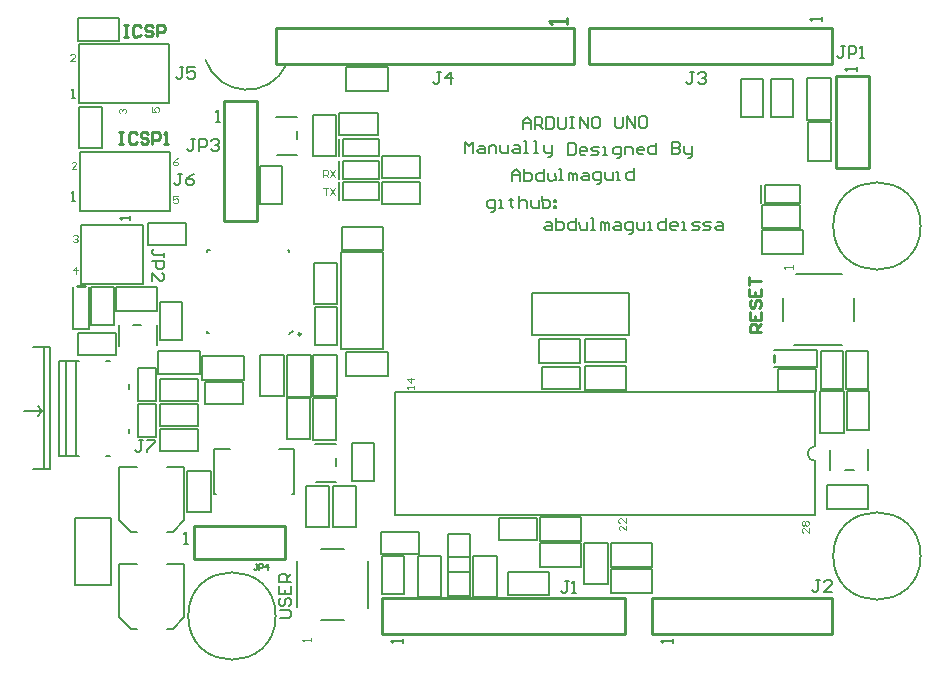
<source format=gto>
G04 Layer_Color=65535*
%FSLAX44Y44*%
%MOMM*%
G71*
G01*
G75*
%ADD49C,0.2540*%
%ADD50C,0.2000*%
%ADD51C,0.2600*%
%ADD52C,0.1000*%
%ADD53C,0.1270*%
D49*
X198000Y264000D02*
G03*
X198000Y264000I-1000J0D01*
G01*
X665000Y482700D02*
X679000D01*
Y405000D02*
Y482700D01*
X651000Y405000D02*
Y482700D01*
X665000D01*
X651000Y405000D02*
X679000D01*
X441960Y492760D02*
Y523240D01*
X647700Y508000D02*
Y523240D01*
X441960D02*
X647700D01*
X441960Y492760D02*
X647700D01*
Y508000D01*
X429260Y492760D02*
Y508000D01*
X177060Y492760D02*
X429260D01*
X177060D02*
Y523240D01*
X429260D01*
Y508000D02*
Y523240D01*
X147000Y461700D02*
X161000D01*
Y360000D02*
Y461700D01*
X133000Y360000D02*
Y461700D01*
X147000D01*
X133000Y360000D02*
X161000D01*
X185000Y74000D02*
Y102000D01*
X107300Y74000D02*
Y88000D01*
Y74000D02*
X185000D01*
X107300Y102000D02*
X185000D01*
X107300Y88000D02*
Y102000D01*
X495300Y25400D02*
Y40640D01*
X647700D01*
X495300Y10160D02*
X647700D01*
X495300D02*
Y25400D01*
X647700Y10160D02*
Y40640D01*
X472440Y10160D02*
Y40640D01*
X266700Y10160D02*
Y25400D01*
Y10160D02*
X472440D01*
X266700Y40640D02*
X472440D01*
X266700Y25400D02*
Y40640D01*
X423000Y527000D02*
Y531998D01*
Y529499D01*
X408005D01*
X410504Y527000D01*
X588000Y266000D02*
X578003Y265965D01*
X577986Y270963D01*
X579646Y272635D01*
X582978Y272647D01*
X584650Y270987D01*
X584668Y265988D01*
X584656Y269321D02*
X587977Y272665D01*
X577945Y282626D02*
X577968Y275962D01*
X587965Y275997D01*
X587942Y282661D01*
X582967Y275979D02*
X582955Y279312D01*
X579576Y292629D02*
X577916Y290957D01*
X577928Y287625D01*
X579600Y285964D01*
X581266Y285970D01*
X582926Y287642D01*
X582914Y290974D01*
X584575Y292646D01*
X586241Y292652D01*
X587913Y290992D01*
X587924Y287660D01*
X586264Y285988D01*
X577875Y302620D02*
X577899Y295955D01*
X587895Y295990D01*
X587872Y302655D01*
X582897Y295973D02*
X582885Y299305D01*
X577864Y305952D02*
X577840Y312616D01*
X577852Y309284D01*
X587849Y309319D01*
X47965Y525997D02*
X51297Y526008D01*
X49631Y526003D01*
X49666Y516006D01*
X48000Y516000D01*
X51332Y516012D01*
X62966Y524383D02*
X61294Y526043D01*
X57962Y526032D01*
X56301Y524360D01*
X56325Y517695D01*
X57997Y516035D01*
X61329Y516046D01*
X62989Y517719D01*
X72963Y524418D02*
X71291Y526078D01*
X67958Y526067D01*
X66298Y524395D01*
X66304Y522728D01*
X67976Y521068D01*
X71308Y521080D01*
X72980Y519420D01*
X72986Y517753D01*
X71326Y516081D01*
X67993Y516070D01*
X66322Y517730D01*
X76324Y516099D02*
X76289Y526096D01*
X81287Y526113D01*
X82959Y524453D01*
X82971Y521120D01*
X81311Y519449D01*
X76312Y519431D01*
X43965Y434997D02*
X47297Y435008D01*
X45631Y435003D01*
X45666Y425006D01*
X44000Y425000D01*
X47332Y425012D01*
X58966Y433383D02*
X57294Y435043D01*
X53962Y435032D01*
X52302Y433360D01*
X52325Y426695D01*
X53997Y425035D01*
X57329Y425047D01*
X58989Y426718D01*
X68963Y433418D02*
X67291Y435078D01*
X63959Y435066D01*
X62298Y433395D01*
X62304Y431728D01*
X63976Y430068D01*
X67308Y430080D01*
X68980Y428419D01*
X68986Y426753D01*
X67326Y425081D01*
X63993Y425070D01*
X62322Y426730D01*
X72324Y425099D02*
X72289Y435096D01*
X77288Y435113D01*
X78959Y433453D01*
X78971Y430121D01*
X77311Y428448D01*
X72312Y428431D01*
X82321Y425134D02*
X85653Y425145D01*
X83987Y425140D01*
X83952Y435136D01*
X82292Y433464D01*
D50*
X633550Y169250D02*
G03*
X633550Y156550I0J-6350D01*
G01*
X117260Y496415D02*
G03*
X186148Y492832I35140J11585D01*
G01*
X722800Y355600D02*
G03*
X722800Y355600I-37000J0D01*
G01*
Y76200D02*
G03*
X722800Y76200I-37000J0D01*
G01*
X176700Y25400D02*
G03*
X176700Y25400I-37000J0D01*
G01*
X60380Y207530D02*
Y235470D01*
Y207530D02*
X75620D01*
Y235470D01*
X60380D02*
X75620D01*
Y177280D02*
Y205220D01*
X60380D02*
X75620D01*
X60380Y177280D02*
Y205220D01*
Y177280D02*
X75620D01*
X232000Y251750D02*
X268000D01*
X232000D02*
Y333750D01*
X268000D01*
Y251750D02*
Y333750D01*
X393750Y263000D02*
Y299000D01*
X475750D01*
Y263000D02*
Y299000D01*
X393750Y263000D02*
X475750D01*
X210000Y171000D02*
X228000D01*
X211000Y139000D02*
X228000D01*
Y152000D02*
Y159000D01*
X678000Y149000D02*
Y167000D01*
X646000Y149000D02*
Y166000D01*
X659000Y149000D02*
X666000D01*
X44000Y254000D02*
Y272000D01*
X76000Y255000D02*
Y272000D01*
X56000D02*
X63000D01*
X177000Y448000D02*
X195000D01*
X178000Y416000D02*
X195000D01*
Y429000D02*
Y436000D01*
X124250Y129000D02*
X126250D01*
X190250D02*
X192250D01*
Y167000D01*
X179250D02*
X192250D01*
X124250D02*
X138250D01*
X124250Y129000D02*
Y167000D01*
X188000Y264000D02*
X191000Y267000D01*
X119000Y333250D02*
Y335000D01*
X120750D01*
X188250Y333500D02*
Y335250D01*
X186750D02*
X188250D01*
X118750Y264750D02*
Y266500D01*
Y264750D02*
X120500D01*
X277550Y214900D02*
X633350D01*
X277550Y110900D02*
Y214900D01*
Y110900D02*
X633350D01*
X633550D02*
Y156550D01*
Y169250D02*
Y214900D01*
X215000Y22000D02*
X235000D01*
X195000Y33000D02*
Y72000D01*
X215000Y82000D02*
X235000D01*
X255000Y32000D02*
Y72000D01*
X606000Y275000D02*
Y295000D01*
X617000Y315000D02*
X656000D01*
X666000Y275000D02*
Y295000D01*
X616000Y255000D02*
X656000D01*
X9000Y246500D02*
Y265250D01*
X41250D01*
Y246500D02*
Y265250D01*
X9000Y246500D02*
X41250D01*
X298000Y77750D02*
Y96500D01*
X265750Y77750D02*
X298000D01*
X265750D02*
Y96500D01*
X298000D01*
X638500Y250000D02*
X657250D01*
Y217750D02*
Y250000D01*
X638500Y217750D02*
X657250D01*
X638500D02*
Y250000D01*
X241500Y172000D02*
X260250D01*
Y139750D02*
Y172000D01*
X241500Y139750D02*
X260250D01*
X241500D02*
Y172000D01*
X20750Y272000D02*
X39500D01*
X20750D02*
Y304250D01*
X39500D01*
Y272000D02*
Y304250D01*
X266500Y76000D02*
X285250D01*
Y43750D02*
Y76000D01*
X266500Y43750D02*
X285250D01*
X266500D02*
Y76000D01*
X659500Y250000D02*
X678250D01*
Y217750D02*
Y250000D01*
X659500Y217750D02*
X678250D01*
X659500D02*
Y250000D01*
X660500Y183250D02*
X679250D01*
X660500D02*
Y215500D01*
X679250D01*
Y183250D02*
Y215500D01*
X402000Y217500D02*
Y236250D01*
X434250D01*
Y217500D02*
Y236250D01*
X402000Y217500D02*
X434250D01*
X621000Y354250D02*
Y373000D01*
X588750Y354250D02*
X621000D01*
X588750D02*
Y373000D01*
X621000D01*
X263000Y432750D02*
Y451500D01*
X230750Y432750D02*
X263000D01*
X230750D02*
Y451500D01*
X263000D01*
X602000Y215500D02*
Y234250D01*
X634250D01*
Y215500D02*
Y234250D01*
X602000Y215500D02*
X634250D01*
X398000Y89750D02*
Y108500D01*
X365750Y89750D02*
X398000D01*
X365750D02*
Y108500D01*
X398000D01*
X322500Y75000D02*
X341250D01*
Y42750D02*
Y75000D01*
X322500Y42750D02*
X341250D01*
X322500D02*
Y75000D01*
Y95000D02*
X341250D01*
Y62750D02*
Y95000D01*
X322500Y62750D02*
X341250D01*
X322500D02*
Y95000D01*
X627750Y411000D02*
X646500D01*
X627750D02*
Y443250D01*
X646500D01*
Y411000D02*
Y443250D01*
X595750Y448000D02*
X614500D01*
X595750D02*
Y480250D01*
X614500D01*
Y448000D02*
Y480250D01*
X570750Y448000D02*
X589500D01*
X570750D02*
Y480250D01*
X589500D01*
Y448000D02*
Y480250D01*
X209750Y255000D02*
X228500D01*
X209750D02*
Y287250D01*
X228500D01*
Y255000D02*
Y287250D01*
X79000Y165250D02*
Y184000D01*
X111250D01*
Y165250D02*
Y184000D01*
X79000Y165250D02*
X111250D01*
X79000Y186250D02*
Y205000D01*
X111250D01*
Y186250D02*
Y205000D01*
X79000Y186250D02*
X111250D01*
X79000Y207250D02*
Y226000D01*
X111250D01*
Y207250D02*
Y226000D01*
X79000Y207250D02*
X111250D01*
X101000Y339750D02*
Y358500D01*
X68750Y339750D02*
X101000D01*
X68750D02*
Y358500D01*
X101000D01*
X78500Y291000D02*
X97250D01*
Y258750D02*
Y291000D01*
X78500Y258750D02*
X97250D01*
X78500D02*
Y291000D01*
X117000Y205000D02*
Y223750D01*
X149250D01*
Y205000D02*
Y223750D01*
X117000Y205000D02*
X149250D01*
X267000Y374500D02*
Y393250D01*
X299250D01*
Y374500D02*
Y393250D01*
X267000Y374500D02*
X299250D01*
X267000Y396500D02*
Y415250D01*
X299250D01*
Y396500D02*
Y415250D01*
X267000Y396500D02*
X299250D01*
X163750Y374000D02*
X182500D01*
X163750D02*
Y406250D01*
X182500D01*
Y374000D02*
Y406250D01*
X6500Y108250D02*
X37500D01*
Y51750D02*
Y108250D01*
X6500Y51750D02*
X37500D01*
X6500D02*
Y108250D01*
X457750Y52500D02*
Y87500D01*
X437750D02*
X457750D01*
X437750Y52500D02*
Y87500D01*
Y52500D02*
X457750D01*
X460250Y45000D02*
X495250D01*
Y65000D01*
X460250D02*
X495250D01*
X460250Y45000D02*
Y65000D01*
X206000Y175000D02*
Y210000D01*
X186000D02*
X206000D01*
X186000Y175000D02*
Y210000D01*
Y175000D02*
X206000D01*
X635000Y236500D02*
Y250500D01*
X599000Y236500D02*
X635000D01*
X599000Y250500D02*
X635000D01*
X5000Y268000D02*
X19000D01*
X5000D02*
Y304000D01*
X19000Y268000D02*
Y304000D01*
X233750Y377500D02*
Y392500D01*
Y377500D02*
X264000D01*
Y392500D01*
X233750D02*
X264000D01*
X230750Y377500D02*
Y392500D01*
X233750Y395500D02*
Y410500D01*
Y395500D02*
X264000D01*
Y410500D01*
X233750D02*
X264000D01*
X230750Y395500D02*
Y410500D01*
X233750Y414500D02*
Y429500D01*
Y414500D02*
X264000D01*
Y429500D01*
X233750D02*
X264000D01*
X230750Y414500D02*
Y429500D01*
X590750Y375250D02*
Y390250D01*
Y375250D02*
X621000D01*
Y390250D01*
X590750D02*
X621000D01*
X587750Y375250D02*
Y390250D01*
X77500Y250000D02*
X112500D01*
X77500Y230000D02*
Y250000D01*
Y230000D02*
X112500D01*
Y250000D01*
X658000Y180500D02*
Y215500D01*
X638000D02*
X658000D01*
X638000Y180500D02*
Y215500D01*
Y180500D02*
X658000D01*
X225000Y100500D02*
Y135500D01*
Y100500D02*
X245000D01*
Y135500D01*
X225000D02*
X245000D01*
X208000Y174750D02*
Y209750D01*
Y174750D02*
X228000D01*
Y209750D01*
X208000D02*
X228000D01*
X41500Y304000D02*
X76500D01*
X41500Y284000D02*
Y304000D01*
Y284000D02*
X76500D01*
Y304000D01*
X643500Y136000D02*
X678500D01*
X643500Y116000D02*
Y136000D01*
Y116000D02*
X678500D01*
Y136000D01*
X399500Y239750D02*
X434500D01*
Y259750D01*
X399500D02*
X434500D01*
X399500Y239750D02*
Y259750D01*
X438250Y260250D02*
X473250D01*
X438250Y240250D02*
Y260250D01*
Y240250D02*
X473250D01*
Y260250D01*
X228000Y414500D02*
Y449500D01*
X208000D02*
X228000D01*
X208000Y414500D02*
Y449500D01*
Y414500D02*
X228000D01*
X400500Y89000D02*
X435500D01*
Y109000D01*
X400500D02*
X435500D01*
X400500Y89000D02*
Y109000D01*
Y67000D02*
X435500D01*
Y87000D01*
X400500D02*
X435500D01*
X400500Y67000D02*
Y87000D01*
X236500Y490000D02*
X271500D01*
X236500Y470000D02*
Y490000D01*
Y470000D02*
X271500D01*
Y490000D01*
X438500Y217000D02*
X473500D01*
Y237000D01*
X438500D02*
X473500D01*
X438500Y217000D02*
Y237000D01*
X460250Y67250D02*
X495250D01*
Y87250D01*
X460250D02*
X495250D01*
X460250Y67250D02*
Y87250D01*
X9500Y532000D02*
X44500D01*
X9500Y512000D02*
Y532000D01*
Y512000D02*
X44500D01*
Y532000D01*
X202000Y100500D02*
Y135500D01*
Y100500D02*
X222000D01*
Y135500D01*
X202000D02*
X222000D01*
X102000Y113500D02*
Y148500D01*
Y113500D02*
X122000D01*
Y148500D01*
X102000D02*
X122000D01*
X588500Y352000D02*
X623500D01*
X588500Y332000D02*
Y352000D01*
Y332000D02*
X623500D01*
Y352000D01*
X344000Y41500D02*
Y76500D01*
Y41500D02*
X364000D01*
Y76500D01*
X344000D02*
X364000D01*
X297000Y41500D02*
Y76500D01*
Y41500D02*
X317000D01*
Y76500D01*
X297000D02*
X317000D01*
X373500Y43000D02*
X408500D01*
Y63000D01*
X373500D02*
X408500D01*
X373500Y43000D02*
Y63000D01*
X627000Y445500D02*
Y480500D01*
Y445500D02*
X647000D01*
Y480500D01*
X627000D02*
X647000D01*
X236500Y249000D02*
X271500D01*
X236500Y229000D02*
Y249000D01*
Y229000D02*
X271500D01*
Y249000D01*
X232500Y355000D02*
X267500D01*
X232500Y335000D02*
Y355000D01*
Y335000D02*
X267500D01*
Y355000D01*
X30000Y421500D02*
Y456500D01*
X10000D02*
X30000D01*
X10000Y421500D02*
Y456500D01*
Y421500D02*
X30000D01*
X114750Y245250D02*
X149750D01*
X114750Y225250D02*
Y245250D01*
Y225250D02*
X149750D01*
Y245250D01*
X44500Y69500D02*
X59500D01*
X44500Y24500D02*
Y69500D01*
Y24500D02*
X54500Y14500D01*
X59500D01*
X84500Y69500D02*
X99500D01*
Y27000D02*
Y69500D01*
Y24500D02*
Y27000D01*
X89500Y14500D02*
X99500Y24500D01*
X84500Y14500D02*
X89500D01*
X44500Y151500D02*
X59500D01*
X44500Y106500D02*
Y151500D01*
Y106500D02*
X54500Y96500D01*
X59500D01*
X84500Y151500D02*
X99500D01*
Y109000D02*
Y151500D01*
Y106500D02*
Y109000D01*
X89500Y96500D02*
X99500Y106500D01*
X84500Y96500D02*
X89500D01*
X183750Y211500D02*
Y246500D01*
X163750D02*
X183750D01*
X163750Y211500D02*
Y246500D01*
Y211500D02*
X183750D01*
X209000Y289500D02*
Y324500D01*
Y289500D02*
X229000D01*
Y324500D01*
X209000D02*
X229000D01*
X208250Y211750D02*
Y246750D01*
Y211750D02*
X228250D01*
Y246750D01*
X208250D02*
X228250D01*
X206250Y211000D02*
Y246000D01*
X186250D02*
X206250D01*
X186250Y211000D02*
Y246000D01*
Y211000D02*
X206250D01*
X9900Y509600D02*
X86100D01*
Y459600D02*
Y509600D01*
X9900Y459600D02*
X86100D01*
X9900D02*
Y509600D01*
X10900Y418600D02*
X87100D01*
Y368600D02*
Y418600D01*
X10900Y368600D02*
X87100D01*
X10900D02*
Y418600D01*
X-19630Y253000D02*
X-14630D01*
Y150000D02*
Y253000D01*
X-19630Y150000D02*
X-14630D01*
X-24630Y203000D02*
X-21630Y200000D01*
Y199000D02*
Y200000D01*
X-24630Y195000D02*
X-21630Y198000D01*
Y199000D01*
X-36630D02*
X-19630D01*
X-28630Y253000D02*
X-19630D01*
X-28630Y150000D02*
X-19630D01*
Y253000D01*
X52370Y180000D02*
Y184000D01*
Y218000D02*
Y222000D01*
X33370Y241000D02*
X36370D01*
X-6630D02*
X10370D01*
X-6630Y161000D02*
Y241000D01*
Y161000D02*
X10370D01*
X33370D02*
X36370D01*
X-630D02*
Y241000D01*
X7370Y161000D02*
Y241000D01*
X64000Y306400D02*
Y356400D01*
X12000D02*
X64000D01*
X12000Y306400D02*
X64000D01*
X12000D02*
Y356400D01*
X385993Y438007D02*
X385970Y444671D01*
X389290Y448015D01*
X392634Y444695D01*
X392658Y438030D01*
X392640Y443029D01*
X385976Y443005D01*
X395990Y438042D02*
X395955Y448039D01*
X400953Y448056D01*
X402625Y446396D01*
X402637Y443064D01*
X400976Y441391D01*
X395978Y441374D01*
X399310Y441386D02*
X402654Y438065D01*
X405951Y448073D02*
X405986Y438077D01*
X410985Y438094D01*
X412645Y439766D01*
X412622Y446431D01*
X410950Y448091D01*
X405951Y448073D01*
X415948Y448108D02*
X415977Y439778D01*
X417649Y438117D01*
X420981Y438129D01*
X422642Y439801D01*
X422613Y448132D01*
X425945Y448143D02*
X429277Y448155D01*
X427611Y448149D01*
X427646Y438152D01*
X425980Y438147D01*
X429312Y438158D01*
X434310Y438176D02*
X434276Y448172D01*
X440975Y438199D01*
X440940Y448196D01*
X449271Y448225D02*
X445938Y448213D01*
X444278Y446541D01*
X444301Y439877D01*
X445973Y438216D01*
X449306Y438228D01*
X450966Y439900D01*
X450943Y446564D01*
X449271Y448225D01*
X464266Y448277D02*
X464295Y439946D01*
X465967Y438286D01*
X469299Y438298D01*
X470959Y439970D01*
X470930Y448300D01*
X474297Y438315D02*
X474263Y448312D01*
X480962Y438338D01*
X480927Y448335D01*
X489258Y448364D02*
X485925Y448353D01*
X484265Y446681D01*
X484288Y440016D01*
X485960Y438356D01*
X489292Y438368D01*
X490953Y440039D01*
X490929Y446704D01*
X489258Y448364D01*
X316665Y485997D02*
X313332D01*
X314998D01*
Y477666D01*
X313332Y476000D01*
X311666D01*
X310000Y477666D01*
X324995Y476000D02*
Y485997D01*
X319997Y480998D01*
X326661D01*
X424664Y54997D02*
X421332D01*
X422998D01*
Y46666D01*
X421332Y45000D01*
X419666D01*
X418000Y46666D01*
X427997Y45000D02*
X431329D01*
X429663D01*
Y54997D01*
X427997Y53331D01*
X530664Y485997D02*
X527332D01*
X528998D01*
Y477666D01*
X527332Y476000D01*
X525666D01*
X524000Y477666D01*
X533997Y484331D02*
X535663Y485997D01*
X538995D01*
X540661Y484331D01*
Y482664D01*
X538995Y480998D01*
X537329D01*
X538995D01*
X540661Y479332D01*
Y477666D01*
X538995Y476000D01*
X535663D01*
X533997Y477666D01*
X637664Y55997D02*
X634332D01*
X635998D01*
Y47666D01*
X634332Y46000D01*
X632666D01*
X631000Y47666D01*
X647661Y46000D02*
X640997D01*
X647661Y52664D01*
Y54331D01*
X645995Y55997D01*
X642663D01*
X640997Y54331D01*
X161332Y68998D02*
X159666D01*
X160499D01*
Y64833D01*
X159666Y64000D01*
X158833D01*
X158000Y64833D01*
X162998Y64000D02*
Y68998D01*
X165497D01*
X166331Y68165D01*
Y66499D01*
X165497Y65666D01*
X162998D01*
X170496Y64000D02*
Y68998D01*
X167997Y66499D01*
X171329D01*
X108665Y428997D02*
X105332D01*
X106998D01*
Y420666D01*
X105332Y419000D01*
X103666D01*
X102000Y420666D01*
X111997Y419000D02*
Y428997D01*
X116995D01*
X118661Y427331D01*
Y423998D01*
X116995Y422332D01*
X111997D01*
X121994Y427331D02*
X123660Y428997D01*
X126992D01*
X128658Y427331D01*
Y425664D01*
X126992Y423998D01*
X125326D01*
X126992D01*
X128658Y422332D01*
Y420666D01*
X126992Y419000D01*
X123660D01*
X121994Y420666D01*
X81997Y329336D02*
Y332668D01*
Y331002D01*
X73666D01*
X72000Y332668D01*
Y334334D01*
X73666Y336000D01*
X72000Y326003D02*
X81997D01*
Y321005D01*
X80331Y319339D01*
X76998D01*
X75332Y321005D01*
Y326003D01*
X72000Y309342D02*
Y316006D01*
X78664Y309342D01*
X80331D01*
X81997Y311008D01*
Y314340D01*
X80331Y316006D01*
X658420Y507575D02*
X655088D01*
X656754D01*
Y499244D01*
X655088Y497578D01*
X653422D01*
X651756Y499244D01*
X661753Y497578D02*
Y507575D01*
X666751D01*
X668417Y505909D01*
Y502576D01*
X666751Y500910D01*
X661753D01*
X671750Y497578D02*
X675082D01*
X673416D01*
Y507575D01*
X671750Y505909D01*
X64665Y173997D02*
X61332D01*
X62998D01*
Y165666D01*
X61332Y164000D01*
X59666D01*
X58000Y165666D01*
X67997Y173997D02*
X74661D01*
Y172331D01*
X67997Y165666D01*
Y164000D01*
X97664Y399997D02*
X94332D01*
X95998D01*
Y391666D01*
X94332Y390000D01*
X92666D01*
X91000Y391666D01*
X107661Y399997D02*
X104329Y398331D01*
X100997Y394998D01*
Y391666D01*
X102663Y390000D01*
X105995D01*
X107661Y391666D01*
Y393332D01*
X105995Y394998D01*
X100997D01*
X98665Y489997D02*
X95332D01*
X96998D01*
Y481666D01*
X95332Y480000D01*
X93666D01*
X92000Y481666D01*
X108661Y489997D02*
X101997D01*
Y484998D01*
X105329Y486665D01*
X106995D01*
X108661Y484998D01*
Y481666D01*
X106995Y480000D01*
X103663D01*
X101997Y481666D01*
X4000Y464000D02*
X6666D01*
X5333D01*
Y471997D01*
X4000Y470664D01*
Y377000D02*
X6666D01*
X5333D01*
Y384997D01*
X4000Y383665D01*
X180003Y23965D02*
X188334Y23994D01*
X189994Y25666D01*
X189983Y28998D01*
X188311Y30659D01*
X179980Y30630D01*
X181611Y40632D02*
X179951Y38960D01*
X179963Y35628D01*
X181635Y33968D01*
X183301Y33974D01*
X184961Y35645D01*
X184949Y38978D01*
X186610Y40650D01*
X188276Y40655D01*
X189948Y38995D01*
X189959Y35663D01*
X188299Y33991D01*
X179910Y50623D02*
X179933Y43959D01*
X189930Y43993D01*
X189907Y50658D01*
X184932Y43976D02*
X184920Y47308D01*
X189895Y53990D02*
X179899Y53955D01*
X179881Y58954D01*
X181542Y60626D01*
X184874Y60637D01*
X186546Y58977D01*
X186563Y53979D01*
X186551Y57311D02*
X189872Y60655D01*
X53000Y361000D02*
Y363666D01*
Y362333D01*
X45003D01*
X46336Y361000D01*
X337000Y417000D02*
X336965Y426997D01*
X340309Y423676D01*
X343630Y427020D01*
X343665Y417023D01*
X348640Y423705D02*
X351972Y423717D01*
X353644Y422057D01*
X353661Y417058D01*
X348663Y417041D01*
X346991Y418701D01*
X348651Y420373D01*
X353650Y420390D01*
X356993Y417070D02*
X356970Y423734D01*
X361968Y423752D01*
X363641Y422091D01*
X363658Y417093D01*
X366967Y423769D02*
X366984Y418771D01*
X368656Y417110D01*
X373655Y417128D01*
X373631Y423792D01*
X378630Y423810D02*
X381962Y423821D01*
X383634Y422161D01*
X383651Y417163D01*
X378653Y417145D01*
X376981Y418806D01*
X378641Y420478D01*
X383640Y420495D01*
X386984Y417174D02*
X390316Y417186D01*
X388650Y417180D01*
X388615Y427177D01*
X386949Y427171D01*
X395314Y417204D02*
X398646Y417215D01*
X396980Y417209D01*
X396945Y427206D01*
X395279Y427200D01*
X403621Y423897D02*
X403639Y418899D01*
X405311Y417239D01*
X410309Y417256D01*
X410315Y415590D01*
X408655Y413918D01*
X406989Y413912D01*
X410309Y417256D02*
X410286Y423920D01*
X423965Y425997D02*
X424000Y416000D01*
X428998Y416017D01*
X430659Y417689D01*
X430635Y424354D01*
X428964Y426014D01*
X423965Y425997D01*
X438995Y416052D02*
X435663Y416041D01*
X433991Y417701D01*
X433979Y421033D01*
X435640Y422705D01*
X438972Y422717D01*
X440644Y421057D01*
X440649Y419390D01*
X433985Y419367D01*
X443993Y416070D02*
X448992Y416087D01*
X450652Y417759D01*
X448980Y419420D01*
X445648Y419408D01*
X443976Y421068D01*
X445636Y422740D01*
X450635Y422757D01*
X453990Y416105D02*
X457322Y416116D01*
X455656Y416110D01*
X455633Y422775D01*
X453967Y422769D01*
X465665Y412813D02*
X467331Y412819D01*
X468991Y414491D01*
X468962Y422822D01*
X463964Y422804D01*
X462303Y421132D01*
X462315Y417800D01*
X463987Y416140D01*
X468985Y416157D01*
X472317Y416169D02*
X472294Y422833D01*
X477293Y422851D01*
X478965Y421190D01*
X478982Y416192D01*
X487313Y416221D02*
X483980Y416209D01*
X482308Y417870D01*
X482297Y421202D01*
X483957Y422874D01*
X487289Y422886D01*
X488961Y421225D01*
X488967Y419559D01*
X482303Y419536D01*
X498941Y426258D02*
X498975Y416262D01*
X493977Y416244D01*
X492305Y417905D01*
X492294Y421237D01*
X493954Y422909D01*
X498952Y422926D01*
X512269Y426305D02*
X512304Y416308D01*
X517303Y416326D01*
X518963Y417998D01*
X518957Y419664D01*
X517285Y421324D01*
X512287Y421307D01*
X517285Y421324D01*
X518946Y422996D01*
X518940Y424662D01*
X517268Y426322D01*
X512269Y426305D01*
X522278Y423008D02*
X522295Y418009D01*
X523967Y416349D01*
X528965Y416366D01*
X528971Y414700D01*
X527311Y413028D01*
X525645Y413022D01*
X528965Y416366D02*
X528942Y423031D01*
X377000Y394000D02*
X376977Y400664D01*
X380297Y404008D01*
X383641Y400688D01*
X383665Y394023D01*
X383647Y399022D01*
X376983Y398998D01*
X386962Y404032D02*
X386997Y394035D01*
X391995Y394052D01*
X393655Y395724D01*
X393650Y397390D01*
X393644Y399057D01*
X391972Y400717D01*
X386973Y400699D01*
X403623Y404090D02*
X403658Y394093D01*
X398660Y394076D01*
X396988Y395736D01*
X396976Y399068D01*
X398636Y400740D01*
X403635Y400757D01*
X406967Y400769D02*
X406984Y395771D01*
X408656Y394110D01*
X413655Y394128D01*
X413631Y400792D01*
X416987Y394140D02*
X420319Y394151D01*
X418653Y394145D01*
X418618Y404142D01*
X416952Y404136D01*
X425317Y394169D02*
X425294Y400833D01*
X426960Y400839D01*
X428632Y399179D01*
X428650Y394180D01*
X428632Y399179D01*
X430293Y400851D01*
X431964Y399190D01*
X431982Y394192D01*
X436957Y400874D02*
X440289Y400886D01*
X441961Y399225D01*
X441979Y394227D01*
X436980Y394209D01*
X435308Y395870D01*
X436969Y397542D01*
X441967Y397559D01*
X448655Y390918D02*
X450321Y390924D01*
X451981Y392596D01*
X451952Y400926D01*
X446954Y400909D01*
X445294Y399237D01*
X445305Y395905D01*
X446977Y394244D01*
X451975Y394262D01*
X455284Y400938D02*
X455302Y395939D01*
X456974Y394279D01*
X461972Y394297D01*
X461949Y400961D01*
X465304Y394308D02*
X468637Y394320D01*
X466970Y394314D01*
X466947Y400979D01*
X465281Y400973D01*
X480265Y404357D02*
X480299Y394361D01*
X475301Y394343D01*
X473629Y396003D01*
X473618Y399336D01*
X475278Y401008D01*
X480276Y401025D01*
X359344Y367679D02*
X361010Y367685D01*
X362670Y369357D01*
X362641Y377688D01*
X357643Y377670D01*
X355983Y375998D01*
X355994Y372666D01*
X357666Y371006D01*
X362664Y371023D01*
X365997Y371035D02*
X369329Y371046D01*
X367663Y371041D01*
X367640Y377705D01*
X365974Y377699D01*
X375964Y379400D02*
X375970Y377734D01*
X374304Y377728D01*
X377636Y377740D01*
X375970Y377734D01*
X375988Y372736D01*
X377659Y371076D01*
X382623Y381090D02*
X382658Y371093D01*
X382640Y376091D01*
X384301Y377763D01*
X387633Y377775D01*
X389305Y376115D01*
X389322Y371116D01*
X392631Y377792D02*
X392649Y372794D01*
X394321Y371134D01*
X399319Y371151D01*
X399296Y377816D01*
X402616Y381160D02*
X402651Y371163D01*
X407650Y371180D01*
X409310Y372852D01*
X409304Y374518D01*
X409298Y376185D01*
X407626Y377845D01*
X402628Y377827D01*
X412625Y377862D02*
X414291Y377868D01*
X414297Y376202D01*
X412631Y376196D01*
X412625Y377862D01*
X412642Y372864D02*
X414308Y372870D01*
X414314Y371204D01*
X412648Y371198D01*
X412642Y372864D01*
X405643Y358670D02*
X408975Y358682D01*
X410647Y357022D01*
X410664Y352023D01*
X405666Y352006D01*
X403994Y353666D01*
X405654Y355338D01*
X410653Y355355D01*
X413962Y362032D02*
X413997Y352035D01*
X418995Y352052D01*
X420655Y353724D01*
X420650Y355390D01*
X420644Y357057D01*
X418972Y358717D01*
X413974Y358699D01*
X430623Y362090D02*
X430658Y352093D01*
X425660Y352076D01*
X423988Y353736D01*
X423976Y357068D01*
X425636Y358740D01*
X430635Y358758D01*
X433967Y358769D02*
X433984Y353771D01*
X435656Y352110D01*
X440655Y352128D01*
X440631Y358792D01*
X443987Y352140D02*
X447319Y352151D01*
X445653Y352145D01*
X445618Y362142D01*
X443952Y362136D01*
X452318Y352169D02*
X452294Y358833D01*
X453960Y358839D01*
X455632Y357179D01*
X455650Y352180D01*
X455632Y357179D01*
X457293Y358851D01*
X458965Y357190D01*
X458982Y352192D01*
X463957Y358874D02*
X467289Y358885D01*
X468961Y357225D01*
X468979Y352227D01*
X463980Y352209D01*
X462308Y353870D01*
X463969Y355542D01*
X468967Y355559D01*
X475655Y348918D02*
X477321Y348924D01*
X478981Y350596D01*
X478952Y358926D01*
X473954Y358909D01*
X472294Y357237D01*
X472305Y353905D01*
X473977Y352244D01*
X478975Y352262D01*
X482284Y358938D02*
X482302Y353940D01*
X483974Y352279D01*
X488972Y352297D01*
X488949Y358961D01*
X492304Y352308D02*
X495637Y352320D01*
X493970Y352314D01*
X493947Y358979D01*
X492281Y358973D01*
X507265Y362357D02*
X507299Y352361D01*
X502301Y352343D01*
X500629Y354003D01*
X500617Y357336D01*
X502278Y359008D01*
X507276Y359025D01*
X515630Y352390D02*
X512298Y352378D01*
X510626Y354038D01*
X510614Y357371D01*
X512275Y359043D01*
X515607Y359054D01*
X517279Y357394D01*
X517285Y355728D01*
X510620Y355704D01*
X520628Y352407D02*
X523961Y352419D01*
X522295Y352413D01*
X522271Y359077D01*
X520605Y359072D01*
X528959Y352436D02*
X533957Y352454D01*
X535618Y354126D01*
X533946Y355786D01*
X530614Y355774D01*
X528941Y357435D01*
X530602Y359106D01*
X535600Y359124D01*
X538956Y352471D02*
X543954Y352489D01*
X545614Y354160D01*
X543942Y355821D01*
X540610Y355809D01*
X538938Y357469D01*
X540598Y359141D01*
X545597Y359159D01*
X550595Y359176D02*
X553927Y359188D01*
X555599Y357528D01*
X555617Y352529D01*
X550619Y352512D01*
X548947Y354172D01*
X550607Y355844D01*
X555605Y355862D01*
D51*
X598250Y240250D02*
Y246750D01*
X8750Y304750D02*
X15250D01*
D52*
X207000Y4000D02*
Y6666D01*
Y5333D01*
X199003D01*
X200336Y4000D01*
X615000Y319500D02*
Y322166D01*
Y320833D01*
X607003D01*
X608335Y319500D01*
X294000Y218000D02*
X293993Y219999D01*
X293997Y219000D01*
X287999Y218979D01*
X289002Y217983D01*
X293972Y225997D02*
X287974Y225976D01*
X290984Y222988D01*
X290970Y226987D01*
X627986Y99999D02*
X628000Y96000D01*
X623987Y99985D01*
X622988Y99981D01*
X621992Y98978D01*
X621998Y96979D01*
X623002Y95983D01*
X622981Y101981D02*
X621978Y102977D01*
X621971Y104976D01*
X622967Y105979D01*
X623966Y105983D01*
X624970Y104987D01*
X625966Y105990D01*
X626965Y105993D01*
X627969Y104997D01*
X627976Y102998D01*
X626979Y101994D01*
X625980Y101991D01*
X624977Y102987D01*
X623980Y101984D01*
X622981Y101981D01*
X624977Y102987D02*
X624970Y104987D01*
X7999Y404014D02*
X4000Y404000D01*
X7985Y408013D01*
X7981Y409012D01*
X6978Y410009D01*
X4979Y410001D01*
X3983Y408998D01*
X4983Y346998D02*
X5979Y348002D01*
X7978Y348008D01*
X8981Y347012D01*
X8985Y346013D01*
X7988Y345009D01*
X6989Y345006D01*
X7988Y345009D01*
X8992Y344013D01*
X8995Y343014D01*
X7999Y342010D01*
X6000Y342004D01*
X4997Y343000D01*
X7999Y315011D02*
X7978Y321008D01*
X4990Y317999D01*
X8988Y318013D01*
X93978Y381012D02*
X89979Y380998D01*
X89990Y377999D01*
X91985Y379006D01*
X92985Y379009D01*
X93988Y378013D01*
X93995Y376014D01*
X92999Y375010D01*
X91000Y375004D01*
X89997Y376000D01*
X93978Y413012D02*
X91982Y412005D01*
X89990Y409999D01*
X89997Y408000D01*
X91000Y407004D01*
X92999Y407010D01*
X93995Y408014D01*
X93992Y409013D01*
X92989Y410009D01*
X89990Y409999D01*
X71988Y455978D02*
X72002Y451979D01*
X75001Y451990D01*
X73994Y453985D01*
X73991Y454985D01*
X74987Y455988D01*
X76986Y455995D01*
X77990Y454999D01*
X77997Y453000D01*
X77000Y451996D01*
X45002Y450983D02*
X43998Y451979D01*
X43991Y453978D01*
X44988Y454981D01*
X45987Y454985D01*
X46990Y453989D01*
X46994Y452989D01*
X46990Y453989D01*
X47987Y454992D01*
X48986Y454995D01*
X49990Y453999D01*
X49997Y452000D01*
X49000Y450997D01*
X6999Y495014D02*
X3000Y495000D01*
X6985Y499013D01*
X6981Y500012D01*
X5978Y501008D01*
X3979Y501002D01*
X2982Y499998D01*
X472986Y101999D02*
X473000Y98000D01*
X468987Y101985D01*
X467988Y101981D01*
X466992Y100978D01*
X466998Y98979D01*
X468002Y97983D01*
X472965Y107997D02*
X472979Y103998D01*
X468966Y107983D01*
X467967Y107979D01*
X466971Y106976D01*
X466978Y104977D01*
X467981Y103981D01*
X216979Y387998D02*
X220978Y388012D01*
X218978Y388005D01*
X218999Y382007D01*
X222977Y388019D02*
X226997Y382035D01*
X226976Y388033D02*
X222998Y382021D01*
X217000Y397000D02*
X216979Y402998D01*
X219978Y403008D01*
X220981Y402012D01*
X220988Y400013D01*
X219992Y399010D01*
X216993Y398999D01*
X218992Y399006D02*
X220999Y397014D01*
X222977Y403019D02*
X226997Y397035D01*
X226976Y403033D02*
X222998Y397021D01*
D53*
X669000Y487000D02*
Y490386D01*
Y488693D01*
X658843D01*
X660536Y487000D01*
X639000Y529000D02*
Y532386D01*
Y530693D01*
X628843D01*
X630536Y529000D01*
X126250Y444000D02*
X129636D01*
X127943D01*
Y454157D01*
X126250Y452464D01*
X99000Y86000D02*
X102386D01*
X100693D01*
Y96157D01*
X99000Y94464D01*
X513080Y2540D02*
Y5926D01*
Y4233D01*
X502923D01*
X504616Y2540D01*
X284480D02*
Y5926D01*
Y4233D01*
X274323D01*
X276016Y2540D01*
M02*

</source>
